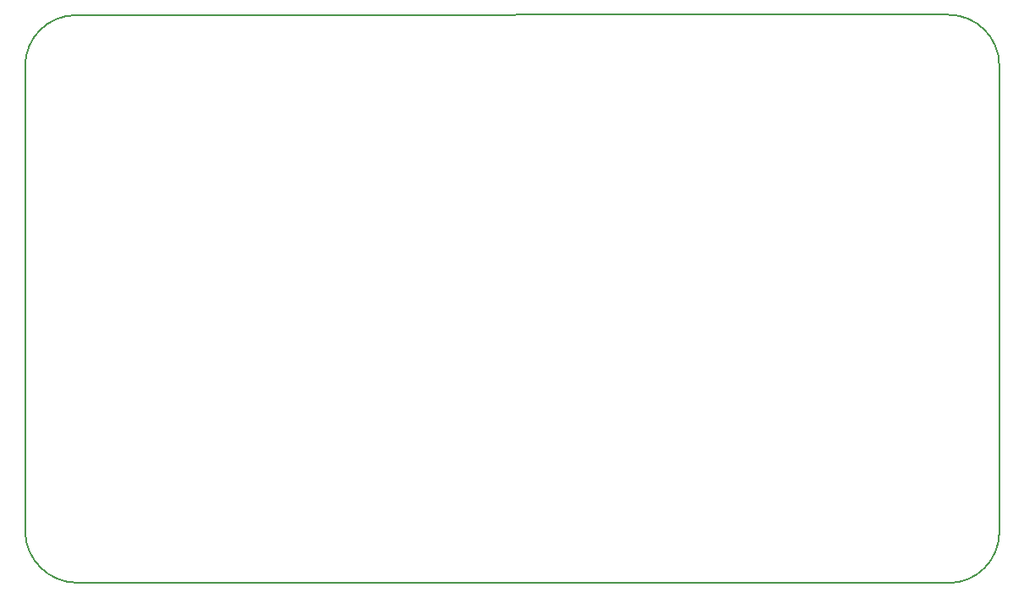
<source format=gbr>
G04 #@! TF.GenerationSoftware,KiCad,Pcbnew,(5.99.0-12157-g5a28a06597)*
G04 #@! TF.CreationDate,2021-09-27T15:35:55-04:00*
G04 #@! TF.ProjectId,megadesk,6d656761-6465-4736-9b2e-6b696361645f,rev?*
G04 #@! TF.SameCoordinates,Original*
G04 #@! TF.FileFunction,Other,ECO1*
%FSLAX46Y46*%
G04 Gerber Fmt 4.6, Leading zero omitted, Abs format (unit mm)*
G04 Created by KiCad (PCBNEW (5.99.0-12157-g5a28a06597)) date 2021-09-27 15:35:55*
%MOMM*%
%LPD*%
G01*
G04 APERTURE LIST*
%ADD10C,0.150000*%
G04 APERTURE END LIST*
D10*
X121336000Y-70940102D02*
X121336000Y-117892102D01*
X116256000Y-65820000D02*
G75*
G02*
X121336000Y-70900000I0J-5080000D01*
G01*
X23800000Y-70940102D02*
G75*
G02*
X28880000Y-65860102I5080000J0D01*
G01*
X29000000Y-122756101D02*
G75*
G02*
X23800000Y-117676102I33030J5235228D01*
G01*
X23800000Y-117676102D02*
X23800000Y-70940102D01*
X121336000Y-117700000D02*
G75*
G02*
X116256000Y-122780000I-5080000J0D01*
G01*
X116256000Y-122780000D02*
X29000000Y-122756102D01*
X28880000Y-65860102D02*
X116256000Y-65820000D01*
M02*

</source>
